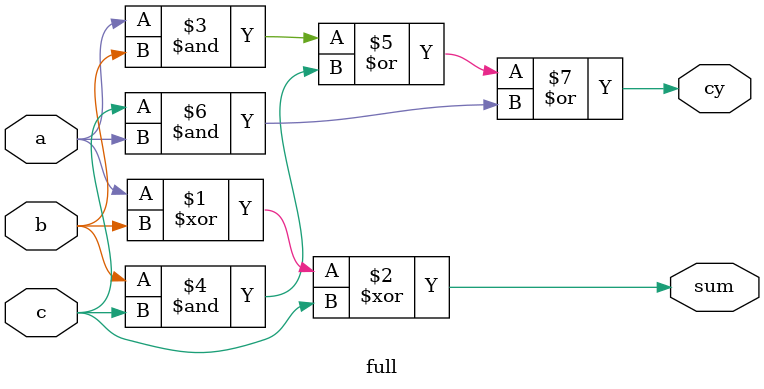
<source format=v>
`timescale 1ns / 1ps


module full(input a,
    input b,
    input c,
    output sum,
    output cy
    );
    
    assign sum=a^b^c;
    assign cy=(a&b)|(b&c)|(c&a);
endmodule


</source>
